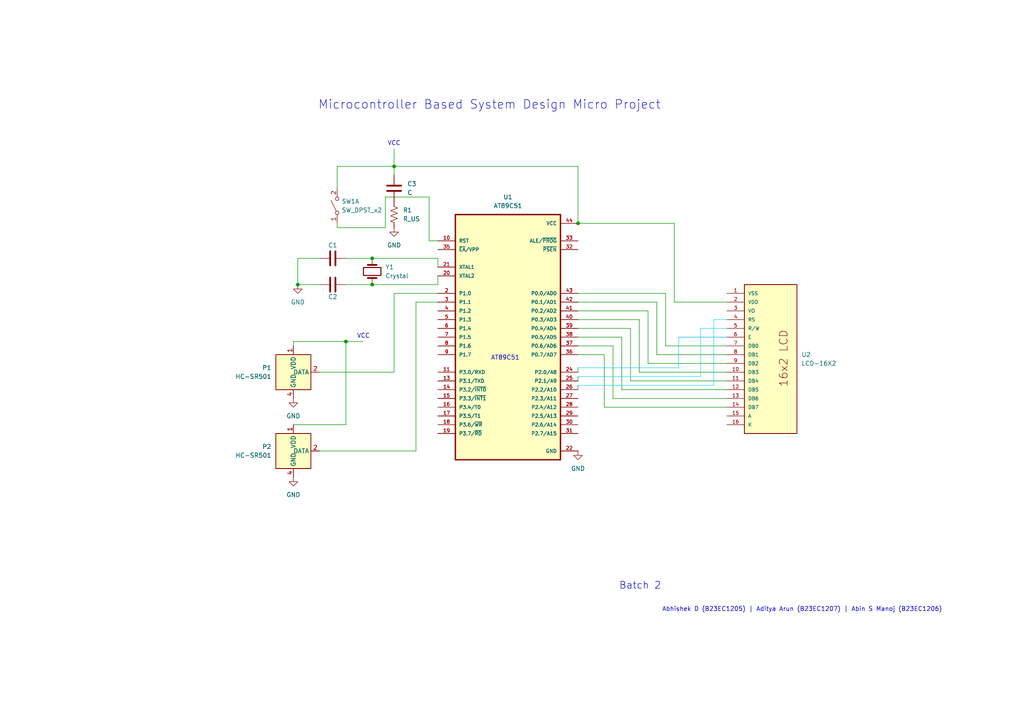
<source format=kicad_sch>
(kicad_sch (version 20250114) (generator "eeschema") (generator_version "9.0")
  (paper "A4")
  (title_block (title "Microcontroller based Bi-Directional People Counting System") (date "2025-04-20"))
  (lib_symbols
    (symbol "AT89C51:AT89C51" (pin_names (offset 1.016))
      (property "Reference" "U" (at -15.24 36.83 0))
      (property "Value" "AT89C51" (at -15.24 -36.83 0))
      (symbol "AT89C51_0_0"
        (rectangle (start -15.24 -35.56) (end 15.24 35.56) (stroke (width 0.4064)) (fill (type background)))
        (pin input line (at -20.32 27.94 0) (length 5.08) (name "RST") (number "10"))
        (pin input line (at -20.32 25.4 0) (length 5.08) (name "~{EA}/VPP") (number "35"))
        (pin input line (at -20.32 20.32 0) (length 5.08) (name "XTAL1") (number "21"))
        (pin output line (at -20.32 17.78 0) (length 5.08) (name "XTAL2") (number "20"))
        (pin bidirectional line (at -20.32 12.7 0) (length 5.08) (name "P1.0") (number "2"))
        (pin bidirectional line (at -20.32 10.16 0) (length 5.08) (name "P1.1") (number "3"))
        (pin bidirectional line (at -20.32 7.62 0) (length 5.08) (name "P1.2") (number "4"))
        (pin bidirectional line (at -20.32 5.08 0) (length 5.08) (name "P1.3") (number "5"))
        (pin bidirectional line (at -20.32 2.54 0) (length 5.08) (name "P1.4") (number "6"))
        (pin bidirectional line (at -20.32 0 0) (length 5.08) (name "P1.5") (number "7"))
        (pin bidirectional line (at -20.32 -2.54 0) (length 5.08) (name "P1.6") (number "8"))
        (pin bidirectional line (at -20.32 -5.08 0) (length 5.08) (name "P1.7") (number "9"))
        (pin bidirectional line (at -20.32 -10.16 0) (length 5.08) (name "P3.0/RXD") (number "11"))
        (pin bidirectional line (at -20.32 -12.7 0) (length 5.08) (name "P3.1/TXD") (number "13"))
        (pin bidirectional line (at -20.32 -15.24 0) (length 5.08) (name "P3.2/~{INT0}") (number "14"))
        (pin bidirectional line (at -20.32 -17.78 0) (length 5.08) (name "P3.3/~{INT1}") (number "15"))
        (pin bidirectional line (at -20.32 -20.32 0) (length 5.08) (name "P3.4/T0") (number "16"))
        (pin bidirectional line (at -20.32 -22.86 0) (length 5.08) (name "P3.5/T1") (number "17"))
        (pin bidirectional line (at -20.32 -25.4 0) (length 5.08) (name "P3.6/~{WR}") (number "18"))
        (pin bidirectional line (at -20.32 -27.94 0) (length 5.08) (name "P3.7/~{RD}") (number "19"))
        (pin power_in line (at 20.32 33.02 180) (length 5.08) (name "VCC") (number "44"))
        (pin output line (at 20.32 27.94 180) (length 5.08) (name "ALE/~{PROG}") (number "33"))
        (pin output line (at 20.32 25.4 180) (length 5.08) (name "~{PSEN}") (number "32"))
        (pin bidirectional line (at 20.32 12.7 180) (length 5.08) (name "P0.0/AD0") (number "43"))
        (pin bidirectional line (at 20.32 10.16 180) (length 5.08) (name "P0.1/AD1") (number "42"))
        (pin bidirectional line (at 20.32 7.62 180) (length 5.08) (name "P0.2/AD2") (number "41"))
        (pin bidirectional line (at 20.32 5.08 180) (length 5.08) (name "P0.3/AD3") (number "40"))
        (pin bidirectional line (at 20.32 2.54 180) (length 5.08) (name "P0.4/AD4") (number "39"))
        (pin bidirectional line (at 20.32 0 180) (length 5.08) (name "P0.5/AD5") (number "38"))
        (pin bidirectional line (at 20.32 -2.54 180) (length 5.08) (name "P0.6/AD6") (number "37"))
        (pin bidirectional line (at 20.32 -5.08 180) (length 5.08) (name "P0.7/AD7") (number "36"))
        (pin bidirectional line (at 20.32 -10.16 180) (length 5.08) (name "P2.0/A8") (number "24"))
        (pin bidirectional line (at 20.32 -12.7 180) (length 5.08) (name "P2.1/A9") (number "25"))
        (pin bidirectional line (at 20.32 -15.24 180) (length 5.08) (name "P2.2/A10") (number "26"))
        (pin bidirectional line (at 20.32 -17.78 180) (length 5.08) (name "P2.3/A11") (number "27"))
        (pin bidirectional line (at 20.32 -20.32 180) (length 5.08) (name "P2.4/A12") (number "28"))
        (pin bidirectional line (at 20.32 -22.86 180) (length 5.08) (name "P2.5/A13") (number "29"))
        (pin bidirectional line (at 20.32 -25.4 180) (length 5.08) (name "P2.6/A14") (number "30"))
        (pin bidirectional line (at 20.32 -27.94 180) (length 5.08) (name "P2.7/A15") (number "31"))
        (pin power_in line (at 20.32 -33.02 180) (length 5.08) (name "GND") (number "22"))
      )
    )
    (symbol "Device:C" (pin_numbers (hide yes)) (pin_names (offset 0.254))
      (property "Reference" "C" (at 0.635 2.54 0))
      (property "Value" "C" (at 0.635 -2.54 0))
      (symbol "C_0_1"
        (polyline (pts (xy -2.032 0.762) (xy 2.032 0.762)) (stroke (width 0.508)))
        (polyline (pts (xy -2.032 -0.762) (xy 2.032 -0.762)) (stroke (width 0.508)))
      )
      (symbol "C_1_1"
        (pin passive line (at 0 3.81 270) (length 2.794) (name "~") (number "1"))
        (pin passive line (at 0 -3.81 90) (length 2.794) (name "~") (number "2"))
      )
    )
    (symbol "Device:Crystal" (pin_numbers (hide yes)) (pin_names (offset 1.016) (hide yes))
      (property "Reference" "Y" (at 0 3.81 0))
      (property "Value" "Crystal" (at 0 -3.81 0))
      (symbol "Crystal_0_1"
        (polyline (pts (xy -2.54 0) (xy -1.905 0)))
        (polyline (pts (xy -1.905 -1.27) (xy -1.905 1.27)) (stroke (width 0.508)))
        (rectangle (start -1.143 2.54) (end 1.143 -2.54) (stroke (width 0.3048)))
        (polyline (pts (xy 1.905 -1.27) (xy 1.905 1.27)) (stroke (width 0.508)))
        (polyline (pts (xy 2.54 0) (xy 1.905 0)))
      )
      (symbol "Crystal_1_1"
        (pin passive line (at -3.81 0 0) (length 1.27) (name "1") (number "1"))
        (pin passive line (at 3.81 0 180) (length 1.27) (name "2") (number "2"))
      )
    )
    (symbol "Device:R_US" (pin_numbers (hide yes)) (pin_names (offset 0))
      (property "Reference" "R" (at 2.54 0 90))
      (property "Value" "R_US" (at -2.54 0 90))
      (symbol "R_US_0_1"
        (polyline (pts (xy 0 2.286) (xy 0 2.54)))
        (polyline (pts (xy 0 2.286) (xy 1.016 1.905) (xy 0 1.524) (xy -1.016 1.143) (xy 0 0.762)))
        (polyline (pts (xy 0 0.762) (xy 1.016 0.381) (xy 0 0) (xy -1.016 -0.381) (xy 0 -0.762)))
        (polyline (pts (xy 0 -0.762) (xy 1.016 -1.143) (xy 0 -1.524) (xy -1.016 -1.905) (xy 0 -2.286)))
        (polyline (pts (xy 0 -2.286) (xy 0 -2.54)))
      )
      (symbol "R_US_1_1"
        (pin passive line (at 0 3.81 270) (length 1.27) (name "~") (number "1"))
        (pin passive line (at 0 -3.81 90) (length 1.27) (name "~") (number "2"))
      )
    )
    (symbol "LCD-16X2:LCD-16X2" (pin_names (offset 1.016))
      (property "Reference" "U" (at -7.62 23.368 0))
      (property "Value" "LCD-16X2" (at -7.62 -22.86 0))
      (symbol "LCD-16X2_0_0"
        (rectangle (start -7.62 -20.32) (end 7.62 22.86) (stroke (width 0.254)) (fill (type background)))
        (text "16x2 LCD" (at 5.08 -6.858 900) (effects (font (size 2.286 2.286)) (justify left bottom)))
        (pin power_in line (at -12.7 20.32 0) (length 5.08) (name "VSS") (number "1"))
        (pin power_in line (at -12.7 17.78 0) (length 5.08) (name "VDD") (number "2"))
        (pin bidirectional line (at -12.7 15.24 0) (length 5.08) (name "VO") (number "3"))
        (pin input line (at -12.7 12.7 0) (length 5.08) (name "RS") (number "4"))
        (pin input line (at -12.7 10.16 0) (length 5.08) (name "R/W") (number "5"))
        (pin input line (at -12.7 7.62 0) (length 5.08) (name "E") (number "6"))
        (pin bidirectional line (at -12.7 5.08 0) (length 5.08) (name "DB0") (number "7"))
        (pin bidirectional line (at -12.7 2.54 0) (length 5.08) (name "DB1") (number "8"))
        (pin bidirectional line (at -12.7 0 0) (length 5.08) (name "DB2") (number "9"))
        (pin bidirectional line (at -12.7 -2.54 0) (length 5.08) (name "DB3") (number "10"))
        (pin bidirectional line (at -12.7 -5.08 0) (length 5.08) (name "DB4") (number "11"))
        (pin bidirectional line (at -12.7 -7.62 0) (length 5.08) (name "DB5") (number "12"))
        (pin bidirectional line (at -12.7 -10.16 0) (length 5.08) (name "DB6") (number "13"))
        (pin bidirectional line (at -12.7 -12.7 0) (length 5.08) (name "DB7") (number "14"))
        (pin power_in line (at -12.7 -15.24 0) (length 5.08) (name "A") (number "15"))
        (pin power_in line (at -12.7 -17.78 0) (length 5.08) (name "K") (number "16"))
      )
    )
    (symbol "Sensor:CHT11"
      (property "Reference" "U" (at -3.81 6.35 0))
      (property "Value" "CHT11" (at 3.81 6.35 0))
      (symbol "CHT11_0_1"
        (rectangle (start -5.08 5.08) (end 5.08 -5.08) (stroke (width 0.254)) (fill (type background)))
      )
      (symbol "CHT11_1_1"
        (pin no_connect line (at -5.08 0 0) (length 2.54) (hide yes) (name "NC") (number "3"))
        (pin power_in line (at 0 7.62 270) (length 2.54) (name "VDD") (number "1"))
        (pin power_in line (at 0 -7.62 90) (length 2.54) (name "GND") (number "4"))
        (pin bidirectional line (at 7.62 0 180) (length 2.54) (name "DATA") (number "2"))
      )
    )
    (symbol "Switch:SW_DPST_x2" (pin_names (offset 0) (hide yes))
      (property "Reference" "SW" (at 0 3.175 0))
      (property "Value" "SW_DPST_x2" (at 0 -2.54 0))
      (symbol "SW_DPST_x2_0_0"
        (circle (center -2.032 0) (radius 0.508))
        (polyline (pts (xy -1.524 0.254) (xy 1.524 1.778)))
        (circle (center 2.032 0) (radius 0.508))
      )
      (symbol "SW_DPST_x2_1_1"
        (pin passive line (at -5.08 0 0) (length 2.54) (name "A") (number "1"))
        (pin passive line (at 5.08 0 180) (length 2.54) (name "B") (number "2"))
      )
      (symbol "SW_DPST_x2_2_1"
        (pin passive line (at -5.08 0 0) (length 2.54) (name "A") (number "3"))
        (pin passive line (at 5.08 0 180) (length 2.54) (name "B") (number "4"))
      )
    )
    (symbol "power:GND" (power) (pin_numbers (hide yes)) (pin_names (offset 0) (hide yes))
      (property "Value" "GND" (at 0 -3.81 0))
      (symbol "GND_0_1"
        (polyline (pts (xy 0 0) (xy 0 -1.27) (xy 1.27 -1.27) (xy 0 -2.54) (xy -1.27 -1.27) (xy 0 -1.27)))
      )
      (symbol "GND_1_1"
        (pin power_in line (at 0 0 270) (length 0) (name "~") (number "1"))
      )
    )
  )
  (text "VCC" (at 105.41 97.536 0) (effects (font (size 1.27 1.27))))
  (text "VCC" (at 114.3 41.656 0) (effects (font (size 1.27 1.27))))
  (text "Abhishek D (B23EC1205) | Aditya Arun (B23EC1207) | Abin S Manoj (B23EC1206)" (at 232.664 176.784 0) (effects (font (size 1.27 1.27))))
  (text "AT89C51\n" (at 146.558 103.886 0) (effects (font (size 1.27 1.27))))
  (text "Batch 2" (at 185.674 169.926 0) (effects (font (size 2.032 2.032))))
  (text "Microcontroller Based System Design Micro Project" (at 141.986 30.48 0) (effects (font (size 2.54 2.54))))
  (junction (at 86.36 82.55))
  (junction (at 107.95 74.93))
  (junction (at 114.3 48.26))
  (junction (at 107.95 82.55))
  (junction (at 100.33 99.06))
  (junction (at 167.64 64.77))
  (wire (pts (xy 185.42 107.95) (xy 210.82 107.95)))
  (wire (pts (xy 175.26 102.87) (xy 175.26 118.11)))
  (wire (pts (xy 167.64 87.63) (xy 190.5 87.63)))
  (wire (pts (xy 167.64 110.49) (xy 167.64 109.22)))
  (wire (pts (xy 193.04 100.33) (xy 210.82 100.33)))
  (wire (pts (xy 124.46 69.85) (xy 127 69.85)))
  (wire (pts (xy 182.88 110.49) (xy 210.82 110.49)))
  (wire (pts (xy 177.8 115.57) (xy 210.82 115.57)))
  (wire (pts (xy 167.64 111.76) (xy 207.01 111.76)) (stroke (width 0) (color 30 207 255 1)))
  (wire (pts (xy 167.64 85.09) (xy 193.04 85.09)))
  (wire (pts (xy 167.64 64.77) (xy 167.64 48.26)))
  (wire (pts (xy 114.3 107.95) (xy 114.3 85.09)))
  (wire (pts (xy 167.64 100.33) (xy 177.8 100.33)))
  (wire (pts (xy 187.96 105.41) (xy 210.82 105.41)))
  (wire (pts (xy 111.76 57.15) (xy 111.76 66.04)))
  (wire (pts (xy 124.46 57.15) (xy 124.46 69.85)))
  (wire (pts (xy 107.95 82.55) (xy 127 82.55)))
  (wire (pts (xy 114.3 48.26) (xy 114.3 50.8)))
  (wire (pts (xy 167.64 97.79) (xy 180.34 97.79)))
  (wire (pts (xy 196.85 97.79) (xy 210.82 97.79)) (stroke (width 0) (color 0 180 255 1)))
  (wire (pts (xy 92.71 130.81) (xy 120.65 130.81)))
  (wire (pts (xy 85.09 123.19) (xy 100.33 123.19)))
  (wire (pts (xy 190.5 102.87) (xy 210.82 102.87)))
  (wire (pts (xy 177.8 100.33) (xy 177.8 115.57)))
  (wire (pts (xy 111.76 57.15) (xy 124.46 57.15)))
  (wire (pts (xy 97.79 66.04) (xy 97.79 64.77)))
  (wire (pts (xy 97.79 54.61) (xy 97.79 48.26)))
  (wire (pts (xy 100.33 82.55) (xy 107.95 82.55)))
  (wire (pts (xy 167.64 107.95) (xy 167.64 106.68)))
  (wire (pts (xy 207.01 92.71) (xy 210.82 92.71)) (stroke (width 0) (color 30 207 255 1)))
  (wire (pts (xy 167.64 109.22) (xy 203.2 109.22)) (stroke (width 0) (color 30 207 255 1)))
  (wire (pts (xy 167.64 48.26) (xy 114.3 48.26)))
  (wire (pts (xy 190.5 87.63) (xy 190.5 102.87)))
  (wire (pts (xy 207.01 111.76) (xy 207.01 92.71)) (stroke (width 0) (color 30 207 255 1)))
  (wire (pts (xy 100.33 74.93) (xy 107.95 74.93)))
  (wire (pts (xy 100.33 99.06) (xy 85.09 99.06)))
  (wire (pts (xy 92.71 107.95) (xy 114.3 107.95)))
  (wire (pts (xy 203.2 95.25) (xy 210.82 95.25)) (stroke (width 0) (color 30 207 255 1)))
  (wire (pts (xy 196.85 106.68) (xy 196.85 97.79)) (stroke (width 0) (color 36 197 255 1)))
  (wire (pts (xy 92.71 74.93) (xy 86.36 74.93)))
  (wire (pts (xy 180.34 97.79) (xy 180.34 113.03)))
  (wire (pts (xy 195.58 87.63) (xy 210.82 87.63)))
  (wire (pts (xy 127 80.01) (xy 127 82.55)))
  (wire (pts (xy 120.65 87.63) (xy 127 87.63)))
  (wire (pts (xy 185.42 92.71) (xy 185.42 107.95)))
  (wire (pts (xy 120.65 130.81) (xy 120.65 87.63)))
  (wire (pts (xy 167.64 95.25) (xy 182.88 95.25)))
  (wire (pts (xy 167.64 64.77) (xy 195.58 64.77)))
  (wire (pts (xy 195.58 64.77) (xy 195.58 87.63)))
  (wire (pts (xy 193.04 85.09) (xy 193.04 100.33)))
  (wire (pts (xy 167.64 90.17) (xy 187.96 90.17)))
  (wire (pts (xy 114.3 43.18) (xy 114.3 48.26)))
  (wire (pts (xy 127 77.47) (xy 127 74.93)))
  (wire (pts (xy 100.33 99.06) (xy 105.41 99.06)))
  (wire (pts (xy 182.88 95.25) (xy 182.88 110.49)))
  (wire (pts (xy 85.09 99.06) (xy 85.09 100.33)))
  (wire (pts (xy 175.26 118.11) (xy 210.82 118.11)))
  (wire (pts (xy 203.2 109.22) (xy 203.2 95.25)) (stroke (width 0) (color 30 207 255 1)))
  (wire (pts (xy 127 74.93) (xy 107.95 74.93)))
  (wire (pts (xy 180.34 113.03) (xy 210.82 113.03)))
  (wire (pts (xy 111.76 66.04) (xy 97.79 66.04)))
  (wire (pts (xy 114.3 85.09) (xy 127 85.09)))
  (wire (pts (xy 86.36 82.55) (xy 92.71 82.55)))
  (wire (pts (xy 167.64 92.71) (xy 185.42 92.71)))
  (wire (pts (xy 167.64 102.87) (xy 175.26 102.87)))
  (wire (pts (xy 86.36 74.93) (xy 86.36 82.55)))
  (wire (pts (xy 97.79 48.26) (xy 114.3 48.26)))
  (wire (pts (xy 167.64 106.68) (xy 196.85 106.68)) (stroke (width 0) (color 30 207 255 1)))
  (wire (pts (xy 167.64 113.03) (xy 167.64 111.76)))
  (wire (pts (xy 187.96 90.17) (xy 187.96 105.41)))
  (wire (pts (xy 100.33 123.19) (xy 100.33 99.06)))
  (symbol (lib_id "Device:C") (at 96.52 74.93 90) (unit 1)
    (property "Reference" "C1" (at 96.52 71.12 90))
    (property "Value" "C" (effects (hide yes)))
    (property "Description" "Unpolarized capacitor" (effects (hide yes)))
  )
  (symbol (lib_id "power:GND") (at 114.3 66.04 0) (unit 1)
    (property "Reference" "#PWR05" (effects (hide yes)))
    (property "Value" "GND" (at 114.3 71.12 0))
    (property "Description" "Power symbol creates a global label with name \"GND\" , ground" (effects (hide yes)))
  )
  (symbol (lib_id "Device:C") (at 96.52 82.55 90) (unit 1)
    (property "Reference" "C2" (at 96.52 86.106 90))
    (property "Value" "C" (effects (hide yes)))
    (property "Description" "Unpolarized capacitor" (effects (hide yes)))
  )
  (symbol (lib_id "power:GND") (at 167.64 130.81 0) (unit 1)
    (property "Reference" "#PWR02" (effects (hide yes)))
    (property "Value" "GND" (at 167.64 135.89 0))
    (property "Description" "Power symbol creates a global label with name \"GND\" , ground" (effects (hide yes)))
  )
  (symbol (lib_id "power:GND") (at 85.09 138.43 0) (unit 1)
    (property "Reference" "#PWR04" (effects (hide yes)))
    (property "Value" "GND" (at 85.09 143.51 0))
    (property "Description" "Power symbol creates a global label with name \"GND\" , ground" (effects (hide yes)))
  )
  (symbol (lib_id "power:GND") (at 86.36 82.55 0) (unit 1)
    (property "Reference" "#PWR01" (effects (hide yes)))
    (property "Value" "GND" (at 86.36 87.63 0))
    (property "Description" "Power symbol creates a global label with name \"GND\" , ground" (effects (hide yes)))
  )
  (symbol (lib_id "Device:Crystal") (at 107.95 78.74 90) (unit 1)
    (property "Reference" "Y1" (at 111.76 77.4699 90) (effects (justify right)))
    (property "Value" "Crystal" (at 111.76 80.0099 90) (effects (justify right)))
    (property "Description" "Two pin crystal" (effects (hide yes)))
  )
  (symbol (lib_id "LCD-16X2:LCD-16X2") (at 223.52 105.41 0) (unit 1)
    (property "Reference" "U2" (at 232.41 102.8699 0) (effects (justify left)))
    (property "Value" "LCD-16X2" (at 232.41 105.4099 0) (effects (justify left)))
    (property "Footprint" "LCD-16X2:MODULE_LCD-16X2" (effects (hide yes)))
    (property "MF" "Gravitech" (effects (hide yes)))
    (property "MAXIMUM_PACKAGE_HEIGHT" "14 mm" (effects (hide yes)))
    (property "Package" "None" (effects (hide yes)))
    (property "Price" "None" (effects (hide yes)))
    (property "Check_prices" "https://www.snapeda.com/parts/LCD-16X2/Gravitech/view-part/?ref=eda" (effects (hide yes)))
    (property "STANDARD" "Manufacturer Recommendations" (effects (hide yes)))
    (property "PARTREV" "N/A" (effects (hide yes)))
    (property "SnapEDA_Link" "https://www.snapeda.com/parts/LCD-16X2/Gravitech/view-part/?ref=snap" (effects (hide yes)))
    (property "MP" "LCD-16X2" (effects (hide yes)))
    (property "Description_1" "Display Development Tools 16x2 Black on Green Char LCD w Backlight" (effects (hide yes)))
    (property "Availability" "Not in stock" (effects (hide yes)))
    (property "MANUFACTURER" "Gravitech" (effects (hide yes)))
  )
  (symbol (lib_id "Sensor:CHT11") (at 85.09 107.95 0) (unit 1)
    (property "Reference" "P1" (at 78.74 106.6799 0) (effects (justify right)))
    (property "Value" "HC-SR501" (at 78.74 109.2199 0) (effects (justify right)))
    (property "Footprint" "Sensor:Aosong_DHT11_5.5x12.0_P2.54mm" (effects (hide yes)))
    (property "Datasheet" "http://aosong.com/en/products-21.html" (effects (hide yes)))
    (property "Description" "Temperature and humidity module" (effects (hide yes)))
  )
  (symbol (lib_id "Device:C") (at 114.3 54.61 0) (unit 1)
    (property "Reference" "C3" (at 118.11 53.3399 0) (effects (justify left)))
    (property "Value" "C" (at 118.11 55.8799 0) (effects (justify left)))
    (property "Description" "Unpolarized capacitor" (effects (hide yes)))
  )
  (symbol (lib_id "Device:R_US") (at 114.3 62.23 0) (unit 1)
    (property "Reference" "R1" (at 116.84 60.9599 0) (effects (justify left)))
    (property "Value" "R_US" (at 116.84 63.4999 0) (effects (justify left)))
    (property "Description" "Resistor, US symbol" (effects (hide yes)))
  )
  (symbol (lib_id "AT89C51:AT89C51") (at 147.32 97.79 0) (unit 1)
    (property "Reference" "U1" (at 147.32 57.15 0))
    (property "Value" "AT89C51" (at 147.32 59.69 0))
    (property "Footprint" "AT89C51:PLCC127P1755X1755X457-44N" (effects (hide yes)))
    (property "MF" "Microchip" (effects (hide yes)))
    (property "MAXIMUM_PACKAGE_HEIGHT" "4.57 mm" (effects (hide yes)))
    (property "Package" "LCC-44 Microchip" (effects (hide yes)))
    (property "Price" "None" (effects (hide yes)))
    (property "Check_prices" "https://www.snapeda.com/parts/AT89C51/Microchip/view-part/?ref=eda" (effects (hide yes)))
    (property "STANDARD" "IPC 7351B" (effects (hide yes)))
    (property "PARTREV" "0265G-02/00" (effects (hide yes)))
    (property "SnapEDA_Link" "https://www.snapeda.com/parts/AT89C51/Microchip/view-part/?ref=snap" (effects (hide yes)))
    (property "MP" "AT89C51" (effects (hide yes)))
    (property "Description_1" "80C51 AT89C CAN Microcontroller IC 8-Bit 40MHz 64KB (64K x 8) FLASH 44-PLCC (16.6x16.6)" (effects (hide yes)))
    (property "Availability" "Not in stock" (effects (hide yes)))
    (property "MANUFACTURER" "Microchip" (effects (hide yes)))
  )
  (symbol (lib_id "power:GND") (at 85.09 115.57 0) (unit 1)
    (property "Reference" "#PWR03" (effects (hide yes)))
    (property "Value" "GND" (at 85.09 120.65 0))
    (property "Description" "Power symbol creates a global label with name \"GND\" , ground" (effects (hide yes)))
  )
  (symbol (lib_id "Switch:SW_DPST_x2") (at 97.79 59.69 90) (unit 1)
    (property "Reference" "SW1" (at 99.06 58.4199 90) (effects (justify right)))
    (property "Value" "SW_DPST_x2" (at 99.06 60.9599 90) (effects (justify right)))
    (property "Description" "Single Pole Single Throw (SPST) switch, separate symbol" (effects (hide yes)))
  )
  (symbol (lib_id "Sensor:CHT11") (at 85.09 130.81 0) (unit 1)
    (property "Reference" "P2" (at 78.74 129.5399 0) (effects (justify right)))
    (property "Value" "HC-SR501" (at 78.74 132.0799 0) (effects (justify right)))
    (property "Footprint" "Sensor:Aosong_DHT11_5.5x12.0_P2.54mm" (effects (hide yes)))
    (property "Datasheet" "http://aosong.com/en/products-21.html" (effects (hide yes)))
    (property "Description" "Temperature and humidity module" (effects (hide yes)))
  )
)
</source>
